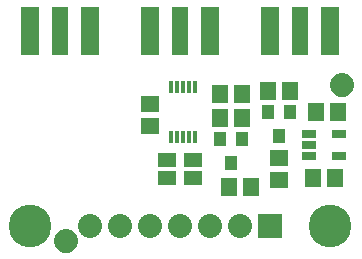
<source format=gbr>
G04 EAGLE Gerber RS-274X export*
G75*
%MOMM*%
%FSLAX34Y34*%
%LPD*%
%INSoldermask Top*%
%IPPOS*%
%AMOC8*
5,1,8,0,0,1.08239X$1,22.5*%
G01*
%ADD10R,0.351600X1.101600*%
%ADD11R,1.501600X1.301600*%
%ADD12R,1.601600X1.401600*%
%ADD13R,1.401600X1.601600*%
%ADD14R,1.625600X4.165600*%
%ADD15R,1.371600X4.165600*%
%ADD16C,3.617600*%
%ADD17C,1.101600*%
%ADD18C,0.500000*%
%ADD19R,1.101600X1.301600*%
%ADD20R,1.301600X0.651600*%
%ADD21R,2.032000X2.032000*%
%ADD22C,2.032000*%


D10*
X144940Y100789D03*
X149940Y100789D03*
X154940Y100789D03*
X159940Y100789D03*
X164940Y100789D03*
X164940Y143051D03*
X159940Y143051D03*
X154940Y143051D03*
X149940Y143051D03*
X144940Y143051D03*
D11*
X163400Y65660D03*
X141400Y65660D03*
X163400Y81660D03*
X141400Y81660D03*
D12*
X127000Y109880D03*
X127000Y128880D03*
D13*
X205080Y137160D03*
X186080Y137160D03*
D14*
X76200Y190500D03*
X25400Y190500D03*
D15*
X50800Y190500D03*
D14*
X177800Y190500D03*
X127000Y190500D03*
D15*
X152400Y190500D03*
D14*
X279400Y190500D03*
X228600Y190500D03*
D15*
X254000Y190500D03*
D16*
X279400Y25400D03*
X25400Y25400D03*
D17*
X289560Y144780D03*
D18*
X289560Y137280D02*
X289741Y137282D01*
X289922Y137289D01*
X290103Y137300D01*
X290284Y137315D01*
X290464Y137335D01*
X290644Y137359D01*
X290823Y137387D01*
X291001Y137420D01*
X291178Y137457D01*
X291355Y137498D01*
X291530Y137543D01*
X291705Y137593D01*
X291878Y137647D01*
X292049Y137705D01*
X292220Y137767D01*
X292388Y137834D01*
X292555Y137904D01*
X292721Y137978D01*
X292884Y138057D01*
X293045Y138139D01*
X293205Y138225D01*
X293362Y138315D01*
X293517Y138409D01*
X293670Y138506D01*
X293820Y138608D01*
X293968Y138712D01*
X294114Y138821D01*
X294256Y138932D01*
X294396Y139048D01*
X294533Y139166D01*
X294668Y139288D01*
X294799Y139413D01*
X294927Y139541D01*
X295052Y139672D01*
X295174Y139807D01*
X295292Y139944D01*
X295408Y140084D01*
X295519Y140226D01*
X295628Y140372D01*
X295732Y140520D01*
X295834Y140670D01*
X295931Y140823D01*
X296025Y140978D01*
X296115Y141135D01*
X296201Y141295D01*
X296283Y141456D01*
X296362Y141619D01*
X296436Y141785D01*
X296506Y141952D01*
X296573Y142120D01*
X296635Y142291D01*
X296693Y142462D01*
X296747Y142635D01*
X296797Y142810D01*
X296842Y142985D01*
X296883Y143162D01*
X296920Y143339D01*
X296953Y143517D01*
X296981Y143696D01*
X297005Y143876D01*
X297025Y144056D01*
X297040Y144237D01*
X297051Y144418D01*
X297058Y144599D01*
X297060Y144780D01*
X289560Y137280D02*
X289379Y137282D01*
X289198Y137289D01*
X289017Y137300D01*
X288836Y137315D01*
X288656Y137335D01*
X288476Y137359D01*
X288297Y137387D01*
X288119Y137420D01*
X287942Y137457D01*
X287765Y137498D01*
X287590Y137543D01*
X287415Y137593D01*
X287242Y137647D01*
X287071Y137705D01*
X286900Y137767D01*
X286732Y137834D01*
X286565Y137904D01*
X286399Y137978D01*
X286236Y138057D01*
X286075Y138139D01*
X285915Y138225D01*
X285758Y138315D01*
X285603Y138409D01*
X285450Y138506D01*
X285300Y138608D01*
X285152Y138712D01*
X285006Y138821D01*
X284864Y138932D01*
X284724Y139048D01*
X284587Y139166D01*
X284452Y139288D01*
X284321Y139413D01*
X284193Y139541D01*
X284068Y139672D01*
X283946Y139807D01*
X283828Y139944D01*
X283712Y140084D01*
X283601Y140226D01*
X283492Y140372D01*
X283388Y140520D01*
X283286Y140670D01*
X283189Y140823D01*
X283095Y140978D01*
X283005Y141135D01*
X282919Y141295D01*
X282837Y141456D01*
X282758Y141619D01*
X282684Y141785D01*
X282614Y141952D01*
X282547Y142120D01*
X282485Y142291D01*
X282427Y142462D01*
X282373Y142635D01*
X282323Y142810D01*
X282278Y142985D01*
X282237Y143162D01*
X282200Y143339D01*
X282167Y143517D01*
X282139Y143696D01*
X282115Y143876D01*
X282095Y144056D01*
X282080Y144237D01*
X282069Y144418D01*
X282062Y144599D01*
X282060Y144780D01*
X282062Y144961D01*
X282069Y145142D01*
X282080Y145323D01*
X282095Y145504D01*
X282115Y145684D01*
X282139Y145864D01*
X282167Y146043D01*
X282200Y146221D01*
X282237Y146398D01*
X282278Y146575D01*
X282323Y146750D01*
X282373Y146925D01*
X282427Y147098D01*
X282485Y147269D01*
X282547Y147440D01*
X282614Y147608D01*
X282684Y147775D01*
X282758Y147941D01*
X282837Y148104D01*
X282919Y148265D01*
X283005Y148425D01*
X283095Y148582D01*
X283189Y148737D01*
X283286Y148890D01*
X283388Y149040D01*
X283492Y149188D01*
X283601Y149334D01*
X283712Y149476D01*
X283828Y149616D01*
X283946Y149753D01*
X284068Y149888D01*
X284193Y150019D01*
X284321Y150147D01*
X284452Y150272D01*
X284587Y150394D01*
X284724Y150512D01*
X284864Y150628D01*
X285006Y150739D01*
X285152Y150848D01*
X285300Y150952D01*
X285450Y151054D01*
X285603Y151151D01*
X285758Y151245D01*
X285915Y151335D01*
X286075Y151421D01*
X286236Y151503D01*
X286399Y151582D01*
X286565Y151656D01*
X286732Y151726D01*
X286900Y151793D01*
X287071Y151855D01*
X287242Y151913D01*
X287415Y151967D01*
X287590Y152017D01*
X287765Y152062D01*
X287942Y152103D01*
X288119Y152140D01*
X288297Y152173D01*
X288476Y152201D01*
X288656Y152225D01*
X288836Y152245D01*
X289017Y152260D01*
X289198Y152271D01*
X289379Y152278D01*
X289560Y152280D01*
X289741Y152278D01*
X289922Y152271D01*
X290103Y152260D01*
X290284Y152245D01*
X290464Y152225D01*
X290644Y152201D01*
X290823Y152173D01*
X291001Y152140D01*
X291178Y152103D01*
X291355Y152062D01*
X291530Y152017D01*
X291705Y151967D01*
X291878Y151913D01*
X292049Y151855D01*
X292220Y151793D01*
X292388Y151726D01*
X292555Y151656D01*
X292721Y151582D01*
X292884Y151503D01*
X293045Y151421D01*
X293205Y151335D01*
X293362Y151245D01*
X293517Y151151D01*
X293670Y151054D01*
X293820Y150952D01*
X293968Y150848D01*
X294114Y150739D01*
X294256Y150628D01*
X294396Y150512D01*
X294533Y150394D01*
X294668Y150272D01*
X294799Y150147D01*
X294927Y150019D01*
X295052Y149888D01*
X295174Y149753D01*
X295292Y149616D01*
X295408Y149476D01*
X295519Y149334D01*
X295628Y149188D01*
X295732Y149040D01*
X295834Y148890D01*
X295931Y148737D01*
X296025Y148582D01*
X296115Y148425D01*
X296201Y148265D01*
X296283Y148104D01*
X296362Y147941D01*
X296436Y147775D01*
X296506Y147608D01*
X296573Y147440D01*
X296635Y147269D01*
X296693Y147098D01*
X296747Y146925D01*
X296797Y146750D01*
X296842Y146575D01*
X296883Y146398D01*
X296920Y146221D01*
X296953Y146043D01*
X296981Y145864D01*
X297005Y145684D01*
X297025Y145504D01*
X297040Y145323D01*
X297051Y145142D01*
X297058Y144961D01*
X297060Y144780D01*
D17*
X55880Y12700D03*
D18*
X55880Y5200D02*
X56061Y5202D01*
X56242Y5209D01*
X56423Y5220D01*
X56604Y5235D01*
X56784Y5255D01*
X56964Y5279D01*
X57143Y5307D01*
X57321Y5340D01*
X57498Y5377D01*
X57675Y5418D01*
X57850Y5463D01*
X58025Y5513D01*
X58198Y5567D01*
X58369Y5625D01*
X58540Y5687D01*
X58708Y5754D01*
X58875Y5824D01*
X59041Y5898D01*
X59204Y5977D01*
X59365Y6059D01*
X59525Y6145D01*
X59682Y6235D01*
X59837Y6329D01*
X59990Y6426D01*
X60140Y6528D01*
X60288Y6632D01*
X60434Y6741D01*
X60576Y6852D01*
X60716Y6968D01*
X60853Y7086D01*
X60988Y7208D01*
X61119Y7333D01*
X61247Y7461D01*
X61372Y7592D01*
X61494Y7727D01*
X61612Y7864D01*
X61728Y8004D01*
X61839Y8146D01*
X61948Y8292D01*
X62052Y8440D01*
X62154Y8590D01*
X62251Y8743D01*
X62345Y8898D01*
X62435Y9055D01*
X62521Y9215D01*
X62603Y9376D01*
X62682Y9539D01*
X62756Y9705D01*
X62826Y9872D01*
X62893Y10040D01*
X62955Y10211D01*
X63013Y10382D01*
X63067Y10555D01*
X63117Y10730D01*
X63162Y10905D01*
X63203Y11082D01*
X63240Y11259D01*
X63273Y11437D01*
X63301Y11616D01*
X63325Y11796D01*
X63345Y11976D01*
X63360Y12157D01*
X63371Y12338D01*
X63378Y12519D01*
X63380Y12700D01*
X55880Y5200D02*
X55699Y5202D01*
X55518Y5209D01*
X55337Y5220D01*
X55156Y5235D01*
X54976Y5255D01*
X54796Y5279D01*
X54617Y5307D01*
X54439Y5340D01*
X54262Y5377D01*
X54085Y5418D01*
X53910Y5463D01*
X53735Y5513D01*
X53562Y5567D01*
X53391Y5625D01*
X53220Y5687D01*
X53052Y5754D01*
X52885Y5824D01*
X52719Y5898D01*
X52556Y5977D01*
X52395Y6059D01*
X52235Y6145D01*
X52078Y6235D01*
X51923Y6329D01*
X51770Y6426D01*
X51620Y6528D01*
X51472Y6632D01*
X51326Y6741D01*
X51184Y6852D01*
X51044Y6968D01*
X50907Y7086D01*
X50772Y7208D01*
X50641Y7333D01*
X50513Y7461D01*
X50388Y7592D01*
X50266Y7727D01*
X50148Y7864D01*
X50032Y8004D01*
X49921Y8146D01*
X49812Y8292D01*
X49708Y8440D01*
X49606Y8590D01*
X49509Y8743D01*
X49415Y8898D01*
X49325Y9055D01*
X49239Y9215D01*
X49157Y9376D01*
X49078Y9539D01*
X49004Y9705D01*
X48934Y9872D01*
X48867Y10040D01*
X48805Y10211D01*
X48747Y10382D01*
X48693Y10555D01*
X48643Y10730D01*
X48598Y10905D01*
X48557Y11082D01*
X48520Y11259D01*
X48487Y11437D01*
X48459Y11616D01*
X48435Y11796D01*
X48415Y11976D01*
X48400Y12157D01*
X48389Y12338D01*
X48382Y12519D01*
X48380Y12700D01*
X48382Y12881D01*
X48389Y13062D01*
X48400Y13243D01*
X48415Y13424D01*
X48435Y13604D01*
X48459Y13784D01*
X48487Y13963D01*
X48520Y14141D01*
X48557Y14318D01*
X48598Y14495D01*
X48643Y14670D01*
X48693Y14845D01*
X48747Y15018D01*
X48805Y15189D01*
X48867Y15360D01*
X48934Y15528D01*
X49004Y15695D01*
X49078Y15861D01*
X49157Y16024D01*
X49239Y16185D01*
X49325Y16345D01*
X49415Y16502D01*
X49509Y16657D01*
X49606Y16810D01*
X49708Y16960D01*
X49812Y17108D01*
X49921Y17254D01*
X50032Y17396D01*
X50148Y17536D01*
X50266Y17673D01*
X50388Y17808D01*
X50513Y17939D01*
X50641Y18067D01*
X50772Y18192D01*
X50907Y18314D01*
X51044Y18432D01*
X51184Y18548D01*
X51326Y18659D01*
X51472Y18768D01*
X51620Y18872D01*
X51770Y18974D01*
X51923Y19071D01*
X52078Y19165D01*
X52235Y19255D01*
X52395Y19341D01*
X52556Y19423D01*
X52719Y19502D01*
X52885Y19576D01*
X53052Y19646D01*
X53220Y19713D01*
X53391Y19775D01*
X53562Y19833D01*
X53735Y19887D01*
X53910Y19937D01*
X54085Y19982D01*
X54262Y20023D01*
X54439Y20060D01*
X54617Y20093D01*
X54796Y20121D01*
X54976Y20145D01*
X55156Y20165D01*
X55337Y20180D01*
X55518Y20191D01*
X55699Y20198D01*
X55880Y20200D01*
X56061Y20198D01*
X56242Y20191D01*
X56423Y20180D01*
X56604Y20165D01*
X56784Y20145D01*
X56964Y20121D01*
X57143Y20093D01*
X57321Y20060D01*
X57498Y20023D01*
X57675Y19982D01*
X57850Y19937D01*
X58025Y19887D01*
X58198Y19833D01*
X58369Y19775D01*
X58540Y19713D01*
X58708Y19646D01*
X58875Y19576D01*
X59041Y19502D01*
X59204Y19423D01*
X59365Y19341D01*
X59525Y19255D01*
X59682Y19165D01*
X59837Y19071D01*
X59990Y18974D01*
X60140Y18872D01*
X60288Y18768D01*
X60434Y18659D01*
X60576Y18548D01*
X60716Y18432D01*
X60853Y18314D01*
X60988Y18192D01*
X61119Y18067D01*
X61247Y17939D01*
X61372Y17808D01*
X61494Y17673D01*
X61612Y17536D01*
X61728Y17396D01*
X61839Y17254D01*
X61948Y17108D01*
X62052Y16960D01*
X62154Y16810D01*
X62251Y16657D01*
X62345Y16502D01*
X62435Y16345D01*
X62521Y16185D01*
X62603Y16024D01*
X62682Y15861D01*
X62756Y15695D01*
X62826Y15528D01*
X62893Y15360D01*
X62955Y15189D01*
X63013Y15018D01*
X63067Y14845D01*
X63117Y14670D01*
X63162Y14495D01*
X63203Y14318D01*
X63240Y14141D01*
X63273Y13963D01*
X63301Y13784D01*
X63325Y13604D01*
X63345Y13424D01*
X63360Y13243D01*
X63371Y13062D01*
X63378Y12881D01*
X63380Y12700D01*
D13*
X186080Y116840D03*
X205080Y116840D03*
X226720Y139700D03*
X245720Y139700D03*
D19*
X236220Y101760D03*
X226720Y121760D03*
X245720Y121760D03*
X195580Y78900D03*
X186080Y98900D03*
X205080Y98900D03*
D12*
X236220Y83160D03*
X236220Y64160D03*
D13*
X193700Y58420D03*
X212700Y58420D03*
D20*
X261319Y103480D03*
X261319Y93980D03*
X261319Y84480D03*
X287321Y84480D03*
X287321Y103480D03*
D13*
X264820Y66040D03*
X283820Y66040D03*
X286360Y121920D03*
X267360Y121920D03*
D21*
X228600Y25400D03*
D22*
X203200Y25400D03*
X177800Y25400D03*
X152400Y25400D03*
X127000Y25400D03*
X101600Y25400D03*
X76200Y25400D03*
M02*

</source>
